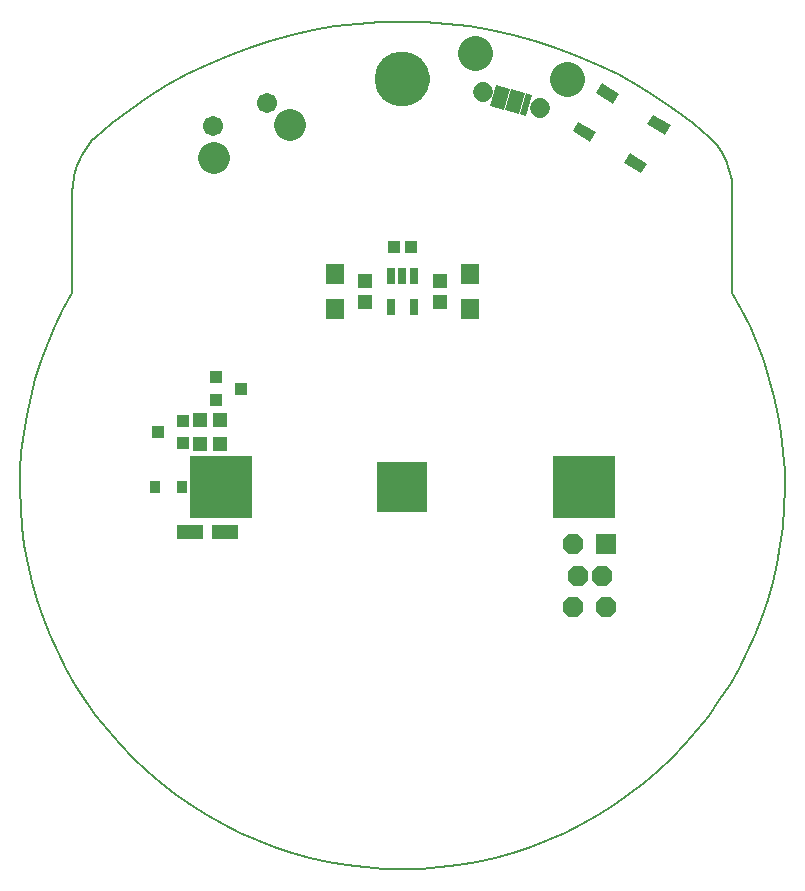
<source format=gts>
G75*
G70*
%OFA0B0*%
%FSLAX24Y24*%
%IPPOS*%
%LPD*%
%AMOC8*
5,1,8,0,0,1.08239X$1,22.5*
%
%ADD10C,0.0050*%
%ADD11C,0.0000*%
%ADD12C,0.1830*%
%ADD13R,0.1680X0.1680*%
%ADD14R,0.2080X0.2080*%
%ADD15C,0.0592*%
%ADD16C,0.1080*%
%ADD17C,0.0671*%
%ADD18R,0.0380X0.0680*%
%ADD19R,0.0680X0.0680*%
%ADD20OC8,0.0680*%
%ADD21R,0.0237X0.0730*%
%ADD22C,0.0336*%
%ADD23C,0.0690*%
%ADD24C,0.0680*%
%ADD25C,0.1180*%
%ADD26R,0.0297X0.0552*%
%ADD27R,0.0513X0.0474*%
%ADD28R,0.0395X0.0395*%
%ADD29R,0.0631X0.0710*%
%ADD30R,0.0434X0.0395*%
%ADD31R,0.0474X0.0513*%
%ADD32R,0.0867X0.0474*%
%ADD33R,0.0328X0.0407*%
D10*
X004605Y022052D02*
X004303Y021507D01*
X004029Y020948D01*
X003781Y020376D01*
X003562Y019793D01*
X003372Y019200D01*
X003211Y018598D01*
X003080Y017989D01*
X002978Y017375D01*
X002907Y016756D01*
X002866Y016134D01*
X002855Y015512D01*
X002875Y014889D01*
X002925Y014268D01*
X003006Y013651D01*
X003116Y013038D01*
X003256Y012431D01*
X003426Y011831D01*
X003625Y011241D01*
X003852Y010661D01*
X004108Y010093D01*
X004391Y009538D01*
X004701Y008998D01*
X005036Y008473D01*
X005397Y007965D01*
X005782Y007476D01*
X006191Y007006D01*
X006622Y006556D01*
X007075Y006129D01*
X007548Y005723D01*
X008040Y005342D01*
X008551Y004984D01*
X009078Y004653D01*
X009620Y004347D01*
X010177Y004068D01*
X010747Y003817D01*
X011329Y003593D01*
X011921Y003399D01*
X012521Y003234D01*
X013129Y003098D01*
X013743Y002992D01*
X014361Y002916D01*
X014982Y002870D01*
X015605Y002855D01*
X016228Y002870D01*
X016849Y002916D01*
X017467Y002992D01*
X018081Y003098D01*
X018689Y003234D01*
X019289Y003399D01*
X019881Y003593D01*
X020463Y003817D01*
X021033Y004068D01*
X021590Y004347D01*
X022132Y004653D01*
X022659Y004984D01*
X023170Y005342D01*
X023662Y005723D01*
X024135Y006129D01*
X024588Y006556D01*
X025019Y007006D01*
X025428Y007476D01*
X025813Y007965D01*
X026174Y008473D01*
X026509Y008998D01*
X026819Y009538D01*
X027102Y010093D01*
X027358Y010661D01*
X027585Y011241D01*
X027784Y011831D01*
X027954Y012431D01*
X028094Y013038D01*
X028204Y013651D01*
X028285Y014268D01*
X028335Y014889D01*
X028355Y015512D01*
X028344Y016134D01*
X028303Y016756D01*
X028232Y017375D01*
X028130Y017989D01*
X027999Y018598D01*
X027838Y019200D01*
X027648Y019793D01*
X027429Y020376D01*
X027181Y020948D01*
X026907Y021507D01*
X026605Y022052D01*
X026605Y025480D01*
X026601Y025595D01*
X026592Y025710D01*
X026577Y025824D01*
X026557Y025937D01*
X026532Y026050D01*
X026502Y026161D01*
X026466Y026270D01*
X026426Y026378D01*
X026381Y026484D01*
X026331Y026587D01*
X026276Y026688D01*
X026216Y026787D01*
X026153Y026882D01*
X026084Y026975D01*
X026012Y027064D01*
X025935Y027150D01*
X025855Y027232D01*
X025283Y027712D01*
X024689Y028164D01*
X024074Y028587D01*
X023439Y028980D01*
X022786Y029341D01*
X022116Y029671D01*
X021431Y029968D01*
X020733Y030232D01*
X020023Y030462D01*
X019302Y030658D01*
X018573Y030818D01*
X017837Y030943D01*
X017096Y031033D01*
X016351Y031087D01*
X015605Y031105D01*
X014859Y031087D01*
X014114Y031033D01*
X013373Y030943D01*
X012637Y030818D01*
X011908Y030658D01*
X011187Y030462D01*
X010477Y030232D01*
X009779Y029968D01*
X009094Y029671D01*
X008424Y029341D01*
X007771Y028980D01*
X007136Y028587D01*
X006521Y028164D01*
X005927Y027712D01*
X005355Y027232D01*
X004605Y025355D02*
X004605Y022052D01*
X004605Y025355D02*
X004606Y025477D01*
X004613Y025599D01*
X004626Y025720D01*
X004644Y025841D01*
X004668Y025960D01*
X004697Y026079D01*
X004732Y026196D01*
X004772Y026311D01*
X004817Y026424D01*
X004867Y026535D01*
X004923Y026644D01*
X004983Y026750D01*
X005049Y026853D01*
X005119Y026953D01*
X005193Y027050D01*
X005272Y027143D01*
X005355Y027232D01*
D11*
X009064Y026549D02*
X009066Y026580D01*
X009072Y026611D01*
X009081Y026641D01*
X009094Y026670D01*
X009111Y026697D01*
X009131Y026721D01*
X009153Y026743D01*
X009179Y026762D01*
X009206Y026778D01*
X009235Y026790D01*
X009265Y026799D01*
X009296Y026804D01*
X009328Y026805D01*
X009359Y026802D01*
X009390Y026795D01*
X009420Y026785D01*
X009448Y026771D01*
X009474Y026753D01*
X009498Y026733D01*
X009519Y026709D01*
X009538Y026684D01*
X009553Y026656D01*
X009564Y026627D01*
X009572Y026596D01*
X009576Y026565D01*
X009576Y026533D01*
X009572Y026502D01*
X009564Y026471D01*
X009553Y026442D01*
X009538Y026414D01*
X009519Y026389D01*
X009498Y026365D01*
X009474Y026345D01*
X009448Y026327D01*
X009420Y026313D01*
X009390Y026303D01*
X009359Y026296D01*
X009328Y026293D01*
X009296Y026294D01*
X009265Y026299D01*
X009235Y026308D01*
X009206Y026320D01*
X009179Y026336D01*
X009153Y026355D01*
X009131Y026377D01*
X009111Y026401D01*
X009094Y026428D01*
X009081Y026457D01*
X009072Y026487D01*
X009066Y026518D01*
X009064Y026549D01*
X011590Y027653D02*
X011592Y027684D01*
X011598Y027715D01*
X011607Y027745D01*
X011620Y027774D01*
X011637Y027801D01*
X011657Y027825D01*
X011679Y027847D01*
X011705Y027866D01*
X011732Y027882D01*
X011761Y027894D01*
X011791Y027903D01*
X011822Y027908D01*
X011854Y027909D01*
X011885Y027906D01*
X011916Y027899D01*
X011946Y027889D01*
X011974Y027875D01*
X012000Y027857D01*
X012024Y027837D01*
X012045Y027813D01*
X012064Y027788D01*
X012079Y027760D01*
X012090Y027731D01*
X012098Y027700D01*
X012102Y027669D01*
X012102Y027637D01*
X012098Y027606D01*
X012090Y027575D01*
X012079Y027546D01*
X012064Y027518D01*
X012045Y027493D01*
X012024Y027469D01*
X012000Y027449D01*
X011974Y027431D01*
X011946Y027417D01*
X011916Y027407D01*
X011885Y027400D01*
X011854Y027397D01*
X011822Y027398D01*
X011791Y027403D01*
X011761Y027412D01*
X011732Y027424D01*
X011705Y027440D01*
X011679Y027459D01*
X011657Y027481D01*
X011637Y027505D01*
X011620Y027532D01*
X011607Y027561D01*
X011598Y027591D01*
X011592Y027622D01*
X011590Y027653D01*
X014730Y029205D02*
X014732Y029264D01*
X014738Y029323D01*
X014748Y029381D01*
X014762Y029439D01*
X014779Y029495D01*
X014801Y029550D01*
X014826Y029604D01*
X014855Y029655D01*
X014887Y029705D01*
X014922Y029752D01*
X014961Y029797D01*
X015002Y029839D01*
X015046Y029878D01*
X015093Y029915D01*
X015142Y029948D01*
X015193Y029977D01*
X015246Y030003D01*
X015301Y030026D01*
X015357Y030044D01*
X015414Y030059D01*
X015473Y030070D01*
X015531Y030077D01*
X015590Y030080D01*
X015649Y030079D01*
X015708Y030074D01*
X015767Y030065D01*
X015824Y030052D01*
X015881Y030035D01*
X015936Y030015D01*
X015990Y029991D01*
X016042Y029963D01*
X016093Y029932D01*
X016141Y029897D01*
X016186Y029859D01*
X016229Y029818D01*
X016269Y029775D01*
X016306Y029729D01*
X016340Y029680D01*
X016370Y029630D01*
X016397Y029577D01*
X016420Y029523D01*
X016440Y029467D01*
X016456Y029410D01*
X016468Y029352D01*
X016476Y029294D01*
X016480Y029235D01*
X016480Y029175D01*
X016476Y029116D01*
X016468Y029058D01*
X016456Y029000D01*
X016440Y028943D01*
X016420Y028887D01*
X016397Y028833D01*
X016370Y028780D01*
X016340Y028730D01*
X016306Y028681D01*
X016269Y028635D01*
X016229Y028592D01*
X016186Y028551D01*
X016141Y028513D01*
X016093Y028478D01*
X016043Y028447D01*
X015990Y028419D01*
X015936Y028395D01*
X015881Y028375D01*
X015824Y028358D01*
X015767Y028345D01*
X015708Y028336D01*
X015649Y028331D01*
X015590Y028330D01*
X015531Y028333D01*
X015473Y028340D01*
X015414Y028351D01*
X015357Y028366D01*
X015301Y028384D01*
X015246Y028407D01*
X015193Y028433D01*
X015142Y028462D01*
X015093Y028495D01*
X015046Y028532D01*
X015002Y028571D01*
X014961Y028613D01*
X014922Y028658D01*
X014887Y028705D01*
X014855Y028755D01*
X014826Y028806D01*
X014801Y028860D01*
X014779Y028915D01*
X014762Y028971D01*
X014748Y029029D01*
X014738Y029087D01*
X014732Y029146D01*
X014730Y029205D01*
X017712Y030056D02*
X017714Y030091D01*
X017720Y030125D01*
X017730Y030158D01*
X017743Y030191D01*
X017760Y030221D01*
X017781Y030249D01*
X017804Y030275D01*
X017831Y030298D01*
X017859Y030317D01*
X017890Y030333D01*
X017923Y030346D01*
X017956Y030355D01*
X017991Y030360D01*
X018026Y030361D01*
X018060Y030358D01*
X018095Y030351D01*
X018128Y030340D01*
X018159Y030326D01*
X018189Y030308D01*
X018217Y030287D01*
X018242Y030262D01*
X018264Y030235D01*
X018283Y030206D01*
X018298Y030175D01*
X018310Y030142D01*
X018318Y030108D01*
X018322Y030073D01*
X018322Y030039D01*
X018318Y030004D01*
X018310Y029970D01*
X018298Y029937D01*
X018283Y029906D01*
X018264Y029877D01*
X018242Y029850D01*
X018217Y029825D01*
X018189Y029804D01*
X018159Y029786D01*
X018128Y029772D01*
X018095Y029761D01*
X018060Y029754D01*
X018026Y029751D01*
X017991Y029752D01*
X017956Y029757D01*
X017923Y029766D01*
X017890Y029779D01*
X017859Y029795D01*
X017831Y029814D01*
X017804Y029837D01*
X017781Y029863D01*
X017760Y029891D01*
X017743Y029921D01*
X017730Y029954D01*
X017720Y029987D01*
X017714Y030021D01*
X017712Y030056D01*
X018190Y028745D02*
X018192Y028767D01*
X018198Y028789D01*
X018207Y028809D01*
X018220Y028827D01*
X018236Y028843D01*
X018254Y028856D01*
X018274Y028865D01*
X018296Y028871D01*
X018318Y028873D01*
X018340Y028871D01*
X018362Y028865D01*
X018382Y028856D01*
X018400Y028843D01*
X018416Y028827D01*
X018429Y028809D01*
X018438Y028789D01*
X018444Y028767D01*
X018446Y028745D01*
X018444Y028723D01*
X018438Y028701D01*
X018429Y028681D01*
X018416Y028663D01*
X018400Y028647D01*
X018382Y028634D01*
X018362Y028625D01*
X018340Y028619D01*
X018318Y028617D01*
X018296Y028619D01*
X018274Y028625D01*
X018254Y028634D01*
X018236Y028647D01*
X018220Y028663D01*
X018207Y028681D01*
X018198Y028701D01*
X018192Y028723D01*
X018190Y028745D01*
X020029Y028228D02*
X020031Y028250D01*
X020037Y028272D01*
X020046Y028292D01*
X020059Y028310D01*
X020075Y028326D01*
X020093Y028339D01*
X020113Y028348D01*
X020135Y028354D01*
X020157Y028356D01*
X020179Y028354D01*
X020201Y028348D01*
X020221Y028339D01*
X020239Y028326D01*
X020255Y028310D01*
X020268Y028292D01*
X020277Y028272D01*
X020283Y028250D01*
X020285Y028228D01*
X020283Y028206D01*
X020277Y028184D01*
X020268Y028164D01*
X020255Y028146D01*
X020239Y028130D01*
X020221Y028117D01*
X020201Y028108D01*
X020179Y028102D01*
X020157Y028100D01*
X020135Y028102D01*
X020113Y028108D01*
X020093Y028117D01*
X020075Y028130D01*
X020059Y028146D01*
X020046Y028164D01*
X020037Y028184D01*
X020031Y028206D01*
X020029Y028228D01*
X020792Y029190D02*
X020794Y029225D01*
X020800Y029259D01*
X020810Y029292D01*
X020823Y029325D01*
X020840Y029355D01*
X020861Y029383D01*
X020884Y029409D01*
X020911Y029432D01*
X020939Y029451D01*
X020970Y029467D01*
X021003Y029480D01*
X021036Y029489D01*
X021071Y029494D01*
X021106Y029495D01*
X021140Y029492D01*
X021175Y029485D01*
X021208Y029474D01*
X021239Y029460D01*
X021269Y029442D01*
X021297Y029421D01*
X021322Y029396D01*
X021344Y029369D01*
X021363Y029340D01*
X021378Y029309D01*
X021390Y029276D01*
X021398Y029242D01*
X021402Y029207D01*
X021402Y029173D01*
X021398Y029138D01*
X021390Y029104D01*
X021378Y029071D01*
X021363Y029040D01*
X021344Y029011D01*
X021322Y028984D01*
X021297Y028959D01*
X021269Y028938D01*
X021239Y028920D01*
X021208Y028906D01*
X021175Y028895D01*
X021140Y028888D01*
X021106Y028885D01*
X021071Y028886D01*
X021036Y028891D01*
X021003Y028900D01*
X020970Y028913D01*
X020939Y028929D01*
X020911Y028948D01*
X020884Y028971D01*
X020861Y028997D01*
X020840Y029025D01*
X020823Y029055D01*
X020810Y029088D01*
X020800Y029121D01*
X020794Y029155D01*
X020792Y029190D01*
D12*
X015605Y029205D03*
D13*
X015605Y015605D03*
D14*
X021655Y015605D03*
X009555Y015605D03*
D15*
X009320Y026549D03*
X011846Y027653D03*
D16*
X011846Y027653D01*
X011846Y027653D01*
X011846Y027653D01*
X011846Y027653D01*
X011846Y027653D01*
X011846Y027653D01*
X011846Y027653D01*
X011846Y027653D01*
X011846Y027653D01*
X009320Y026549D02*
X009320Y026549D01*
X009320Y026549D01*
X009320Y026549D01*
X009320Y026549D01*
X009320Y026549D01*
X009320Y026549D01*
X009320Y026549D01*
X009320Y026549D01*
X009320Y026549D01*
D17*
X009287Y027609D03*
X011091Y028397D03*
D18*
G36*
X022053Y027417D02*
X021854Y027093D01*
X021275Y027447D01*
X021474Y027771D01*
X022053Y027417D01*
G37*
G36*
X022837Y028696D02*
X022638Y028372D01*
X022059Y028726D01*
X022258Y029050D01*
X022837Y028696D01*
G37*
G36*
X024542Y027651D02*
X024343Y027327D01*
X023764Y027681D01*
X023963Y028005D01*
X024542Y027651D01*
G37*
G36*
X023759Y026372D02*
X023560Y026048D01*
X022981Y026402D01*
X023180Y026726D01*
X023759Y026372D01*
G37*
D19*
X022405Y013676D03*
D20*
X022255Y012626D03*
X021455Y012626D03*
X021305Y013676D03*
X021305Y011576D03*
X022405Y011576D03*
D21*
G36*
X019711Y028713D02*
X019937Y028649D01*
X019739Y027947D01*
X019513Y028011D01*
X019711Y028713D01*
G37*
G36*
X019465Y028782D02*
X019691Y028718D01*
X019493Y028016D01*
X019267Y028080D01*
X019465Y028782D01*
G37*
G36*
X019218Y028851D02*
X019444Y028787D01*
X019246Y028085D01*
X019020Y028149D01*
X019218Y028851D01*
G37*
G36*
X018972Y028920D02*
X019198Y028856D01*
X019000Y028154D01*
X018774Y028218D01*
X018972Y028920D01*
G37*
G36*
X018726Y028990D02*
X018952Y028926D01*
X018754Y028224D01*
X018528Y028288D01*
X018726Y028990D01*
G37*
D22*
X018318Y028745D03*
X020157Y028228D03*
D23*
X021097Y029190D03*
X018017Y030056D03*
D24*
X018275Y028757D02*
X018275Y028757D01*
X018275Y028757D01*
X018275Y028757D01*
X018275Y028757D01*
X018275Y028757D01*
X018275Y028757D01*
X018275Y028757D01*
X018275Y028757D01*
X018275Y028757D01*
X020200Y028216D02*
X020200Y028216D01*
X020200Y028216D01*
X020200Y028216D01*
X020200Y028216D01*
X020200Y028216D01*
X020200Y028216D01*
X020200Y028216D01*
X020200Y028216D01*
X020200Y028216D01*
D25*
X021097Y029190D02*
X021097Y029190D01*
X021097Y029190D01*
X021097Y029190D01*
X021097Y029190D01*
X021097Y029190D01*
X021097Y029190D01*
X021097Y029190D01*
X021097Y029190D01*
X021097Y029190D01*
X018017Y030056D02*
X018017Y030056D01*
X018017Y030056D01*
X018017Y030056D01*
X018017Y030056D01*
X018017Y030056D01*
X018017Y030056D01*
X018017Y030056D01*
X018017Y030056D01*
X018017Y030056D01*
D26*
X015979Y022617D03*
X015605Y022617D03*
X015231Y022617D03*
X015231Y021593D03*
X015979Y021593D03*
D27*
X016855Y021770D03*
X016855Y022440D03*
X014355Y022440D03*
X014355Y021770D03*
D28*
X015310Y023605D03*
X015900Y023605D03*
D29*
X017855Y022696D03*
X017855Y021514D03*
X013355Y021514D03*
X013355Y022696D03*
D30*
X010211Y018868D03*
X009385Y018494D03*
X009385Y019242D03*
X008282Y017790D03*
X008282Y017042D03*
X007455Y017416D03*
D31*
X008853Y017022D03*
X009522Y017022D03*
X009522Y017810D03*
X008853Y017810D03*
D32*
X008518Y014089D03*
X009699Y014089D03*
D33*
X008262Y015605D03*
X007357Y015605D03*
M02*

</source>
